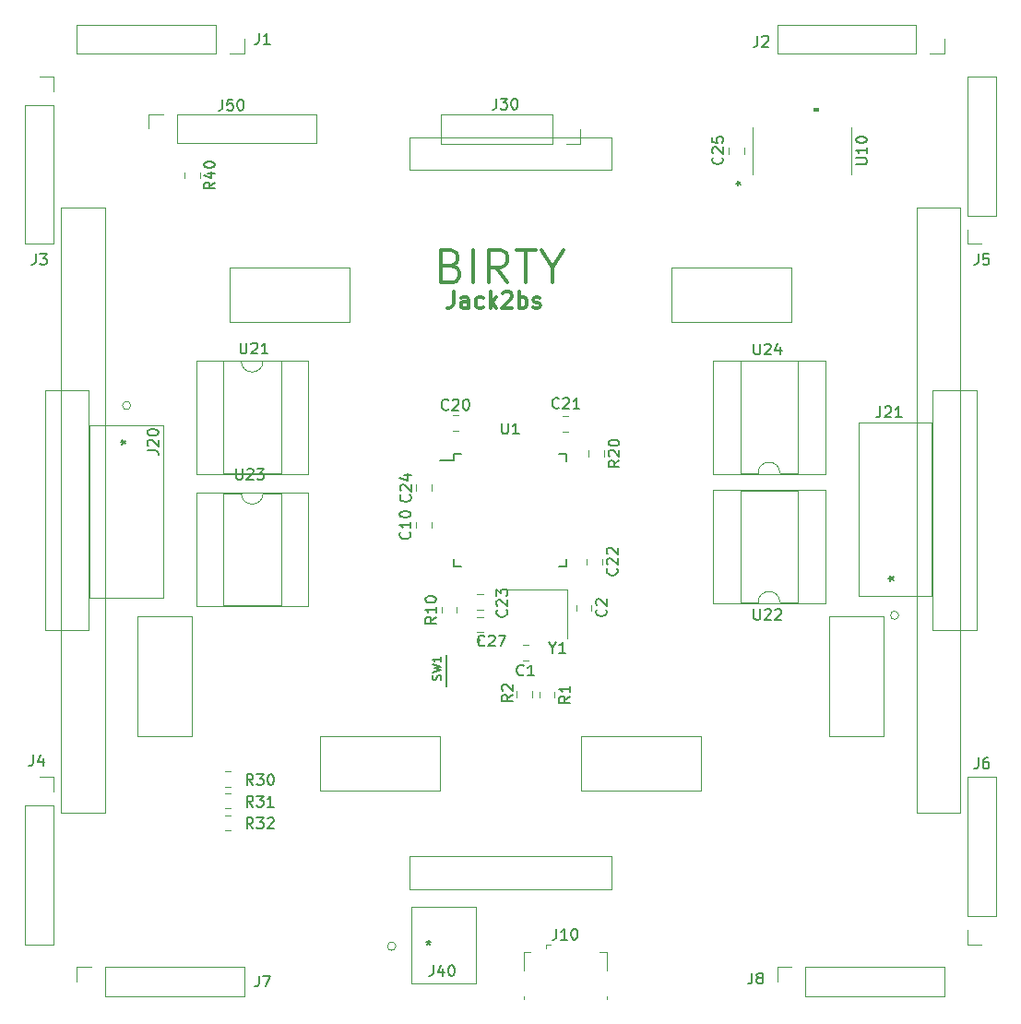
<source format=gbr>
G04 #@! TF.GenerationSoftware,KiCad,Pcbnew,(5.1.4)-1*
G04 #@! TF.CreationDate,2022-06-05T15:27:35-07:00*
G04 #@! TF.ProjectId,Birty,42697274-792e-46b6-9963-61645f706362,rev?*
G04 #@! TF.SameCoordinates,Original*
G04 #@! TF.FileFunction,Legend,Top*
G04 #@! TF.FilePolarity,Positive*
%FSLAX46Y46*%
G04 Gerber Fmt 4.6, Leading zero omitted, Abs format (unit mm)*
G04 Created by KiCad (PCBNEW (5.1.4)-1) date 2022-06-05 15:27:35*
%MOMM*%
%LPD*%
G04 APERTURE LIST*
%ADD10C,0.300000*%
%ADD11C,0.120000*%
%ADD12C,0.100000*%
%ADD13C,0.150000*%
%ADD14C,0.127000*%
%ADD15C,0.200000*%
G04 APERTURE END LIST*
D10*
X59785714Y-44928571D02*
X59785714Y-46000000D01*
X59714285Y-46214285D01*
X59571428Y-46357142D01*
X59357142Y-46428571D01*
X59214285Y-46428571D01*
X61142857Y-46428571D02*
X61142857Y-45642857D01*
X61071428Y-45500000D01*
X60928571Y-45428571D01*
X60642857Y-45428571D01*
X60500000Y-45500000D01*
X61142857Y-46357142D02*
X61000000Y-46428571D01*
X60642857Y-46428571D01*
X60500000Y-46357142D01*
X60428571Y-46214285D01*
X60428571Y-46071428D01*
X60500000Y-45928571D01*
X60642857Y-45857142D01*
X61000000Y-45857142D01*
X61142857Y-45785714D01*
X62500000Y-46357142D02*
X62357142Y-46428571D01*
X62071428Y-46428571D01*
X61928571Y-46357142D01*
X61857142Y-46285714D01*
X61785714Y-46142857D01*
X61785714Y-45714285D01*
X61857142Y-45571428D01*
X61928571Y-45500000D01*
X62071428Y-45428571D01*
X62357142Y-45428571D01*
X62500000Y-45500000D01*
X63142857Y-46428571D02*
X63142857Y-44928571D01*
X63285714Y-45857142D02*
X63714285Y-46428571D01*
X63714285Y-45428571D02*
X63142857Y-46000000D01*
X64285714Y-45071428D02*
X64357142Y-45000000D01*
X64500000Y-44928571D01*
X64857142Y-44928571D01*
X65000000Y-45000000D01*
X65071428Y-45071428D01*
X65142857Y-45214285D01*
X65142857Y-45357142D01*
X65071428Y-45571428D01*
X64214285Y-46428571D01*
X65142857Y-46428571D01*
X65785714Y-46428571D02*
X65785714Y-44928571D01*
X65785714Y-45500000D02*
X65928571Y-45428571D01*
X66214285Y-45428571D01*
X66357142Y-45500000D01*
X66428571Y-45571428D01*
X66500000Y-45714285D01*
X66500000Y-46142857D01*
X66428571Y-46285714D01*
X66357142Y-46357142D01*
X66214285Y-46428571D01*
X65928571Y-46428571D01*
X65785714Y-46357142D01*
X67071428Y-46357142D02*
X67214285Y-46428571D01*
X67500000Y-46428571D01*
X67642857Y-46357142D01*
X67714285Y-46214285D01*
X67714285Y-46142857D01*
X67642857Y-46000000D01*
X67500000Y-45928571D01*
X67285714Y-45928571D01*
X67142857Y-45857142D01*
X67071428Y-45714285D01*
X67071428Y-45642857D01*
X67142857Y-45500000D01*
X67285714Y-45428571D01*
X67500000Y-45428571D01*
X67642857Y-45500000D01*
X59571428Y-42535714D02*
X60000000Y-42678571D01*
X60142857Y-42821428D01*
X60285714Y-43107142D01*
X60285714Y-43535714D01*
X60142857Y-43821428D01*
X60000000Y-43964285D01*
X59714285Y-44107142D01*
X58571428Y-44107142D01*
X58571428Y-41107142D01*
X59571428Y-41107142D01*
X59857142Y-41250000D01*
X60000000Y-41392857D01*
X60142857Y-41678571D01*
X60142857Y-41964285D01*
X60000000Y-42250000D01*
X59857142Y-42392857D01*
X59571428Y-42535714D01*
X58571428Y-42535714D01*
X61571428Y-44107142D02*
X61571428Y-41107142D01*
X64714285Y-44107142D02*
X63714285Y-42678571D01*
X63000000Y-44107142D02*
X63000000Y-41107142D01*
X64142857Y-41107142D01*
X64428571Y-41250000D01*
X64571428Y-41392857D01*
X64714285Y-41678571D01*
X64714285Y-42107142D01*
X64571428Y-42392857D01*
X64428571Y-42535714D01*
X64142857Y-42678571D01*
X63000000Y-42678571D01*
X65571428Y-41107142D02*
X67285714Y-41107142D01*
X66428571Y-44107142D02*
X66428571Y-41107142D01*
X68857142Y-42678571D02*
X68857142Y-44107142D01*
X67857142Y-41107142D02*
X68857142Y-42678571D01*
X69857142Y-41107142D01*
D11*
X71500000Y-90750000D02*
X71500000Y-85750000D01*
X71500000Y-85750000D02*
X82500000Y-85750000D01*
X82500000Y-85750000D02*
X82500000Y-90750000D01*
X82500000Y-90750000D02*
X71500000Y-90750000D01*
X90750000Y-47750000D02*
X79750000Y-47750000D01*
X90750000Y-42750000D02*
X90750000Y-47750000D01*
X79750000Y-42750000D02*
X90750000Y-42750000D01*
X79750000Y-47750000D02*
X79750000Y-42750000D01*
X50250000Y-47750000D02*
X39250000Y-47750000D01*
X50250000Y-42750000D02*
X50250000Y-47750000D01*
X39250000Y-42750000D02*
X50250000Y-42750000D01*
X39250000Y-47750000D02*
X39250000Y-42750000D01*
X94250000Y-85750000D02*
X94250000Y-74750000D01*
X99250000Y-85750000D02*
X94250000Y-85750000D01*
X99250000Y-74750000D02*
X99250000Y-85750000D01*
X94250000Y-74750000D02*
X99250000Y-74750000D01*
X30750000Y-85750000D02*
X30750000Y-74750000D01*
X35750000Y-85750000D02*
X30750000Y-85750000D01*
X35750000Y-74750000D02*
X35750000Y-85750000D01*
X30750000Y-74750000D02*
X35750000Y-74750000D01*
X58500000Y-90750000D02*
X47500000Y-90750000D01*
X58500000Y-85750000D02*
X58500000Y-90750000D01*
X47500000Y-85750000D02*
X58500000Y-85750000D01*
X47500000Y-90750000D02*
X47500000Y-85750000D01*
X55750000Y-33750000D02*
X55750000Y-30750000D01*
X74250000Y-33750000D02*
X55750000Y-33750000D01*
X74250000Y-33500000D02*
X74250000Y-33750000D01*
X74250000Y-30750000D02*
X74250000Y-33500000D01*
X55750000Y-30750000D02*
X74250000Y-30750000D01*
X55858276Y-108382599D02*
X61801876Y-108382599D01*
X61801876Y-108382599D02*
X61801876Y-101422999D01*
X61801876Y-101422999D02*
X55858276Y-101422999D01*
X55858276Y-101422999D02*
X55858276Y-108382599D01*
X54461276Y-105000000D02*
G75*
G03X54461276Y-105000000I-381000J0D01*
G01*
X55750000Y-99750000D02*
X55750000Y-96750000D01*
X74250000Y-99750000D02*
X55750000Y-99750000D01*
X74250000Y-99500000D02*
X74250000Y-99750000D01*
X74250000Y-96750000D02*
X74250000Y-99500000D01*
X55750000Y-96750000D02*
X74250000Y-96750000D01*
X102250000Y-48250000D02*
X102250000Y-37250000D01*
X106250000Y-37250000D02*
X106250000Y-48250000D01*
X102250000Y-37250000D02*
X106250000Y-37250000D01*
X102250000Y-48250000D02*
X102250000Y-92750000D01*
X106250000Y-48250000D02*
X106250000Y-92750000D01*
X106250000Y-92750000D02*
X102250000Y-92750000D01*
X27750000Y-92750000D02*
X23750000Y-92750000D01*
X27750000Y-48250000D02*
X27750000Y-92750000D01*
X23750000Y-48250000D02*
X23750000Y-92750000D01*
X23750000Y-37250000D02*
X27750000Y-37250000D01*
X27750000Y-37250000D02*
X27750000Y-48250000D01*
X23750000Y-48250000D02*
X23750000Y-37250000D01*
X96245800Y-34120900D02*
X96245800Y-29879100D01*
X87254200Y-29879100D02*
X87254200Y-34120900D01*
D12*
G36*
X92829500Y-28037600D02*
G01*
X93210500Y-28037600D01*
X93210500Y-28291600D01*
X92829500Y-28291600D01*
X92829500Y-28037600D01*
G37*
X92829500Y-28037600D02*
X93210500Y-28037600D01*
X93210500Y-28291600D01*
X92829500Y-28291600D01*
X92829500Y-28037600D01*
D13*
X59779200Y-60389400D02*
X58504200Y-60389400D01*
X70129200Y-59814400D02*
X69454200Y-59814400D01*
X70129200Y-70164400D02*
X69454200Y-70164400D01*
X59779200Y-70164400D02*
X60454200Y-70164400D01*
X59779200Y-59814400D02*
X60454200Y-59814400D01*
X59779200Y-70164400D02*
X59779200Y-69489400D01*
X70129200Y-70164400D02*
X70129200Y-69489400D01*
X70129200Y-59814400D02*
X70129200Y-60489400D01*
X59779200Y-59814400D02*
X59779200Y-60389400D01*
D11*
X39295978Y-92968400D02*
X38778822Y-92968400D01*
X39295978Y-94388400D02*
X38778822Y-94388400D01*
X103750000Y-54000000D02*
X103750000Y-76000000D01*
X103750000Y-76000000D02*
X107750000Y-76000000D01*
X107750000Y-76000000D02*
X107750000Y-54000000D01*
X107750000Y-54000000D02*
X103750000Y-54000000D01*
X22250000Y-54000000D02*
X22250000Y-76000000D01*
X22250000Y-76000000D02*
X26250000Y-76000000D01*
X26250000Y-76000000D02*
X26250000Y-54000000D01*
X26250000Y-54000000D02*
X22250000Y-54000000D01*
X26320601Y-57149800D02*
X26320601Y-73050200D01*
X26320601Y-73050200D02*
X33077001Y-73050200D01*
X33077001Y-73050200D02*
X33077001Y-57149800D01*
X33077001Y-57149800D02*
X26320601Y-57149800D01*
X30131000Y-55371800D02*
G75*
G03X30131000Y-55371800I-381000J0D01*
G01*
X35040000Y-33991422D02*
X35040000Y-34508578D01*
X36460000Y-33991422D02*
X36460000Y-34508578D01*
X34390800Y-28622600D02*
X47150800Y-28622600D01*
X31790800Y-28622600D02*
X33120800Y-28622600D01*
X31790800Y-29952600D02*
X31790800Y-28622600D01*
X47150800Y-31282600D02*
X47150800Y-28622600D01*
X34390800Y-31282600D02*
X47150800Y-31282600D01*
X34390800Y-31282600D02*
X34390800Y-28622600D01*
X68240000Y-104840000D02*
X68240000Y-105230000D01*
X68240000Y-104840000D02*
X68690000Y-104840000D01*
X73810000Y-105540000D02*
X73160000Y-105540000D01*
X73810000Y-107270000D02*
X73810000Y-105540000D01*
X66190000Y-109840000D02*
X66190000Y-109630000D01*
X73810000Y-109840000D02*
X73810000Y-109630000D01*
X66190000Y-107270000D02*
X66190000Y-105540000D01*
X66190000Y-105540000D02*
X66850000Y-105540000D01*
X38804222Y-90349800D02*
X39321378Y-90349800D01*
X38804222Y-88929800D02*
X39321378Y-88929800D01*
X61940922Y-76180200D02*
X62458078Y-76180200D01*
X61940922Y-74760200D02*
X62458078Y-74760200D01*
X70180400Y-72280400D02*
X64780400Y-72280400D01*
X70180400Y-76780400D02*
X70180400Y-72280400D01*
X86074600Y-51300000D02*
X86074600Y-61580000D01*
X89724600Y-61580000D02*
X91374600Y-61580000D01*
X86074600Y-61580000D02*
X87724600Y-61580000D01*
X83584600Y-61640000D02*
X93864600Y-61640000D01*
X93864600Y-51240000D02*
X83584600Y-51240000D01*
X91374600Y-51300000D02*
X86074600Y-51300000D01*
X91374600Y-61580000D02*
X91374600Y-51300000D01*
X93864600Y-61640000D02*
X93864600Y-51240000D01*
X83584600Y-51240000D02*
X83584600Y-61640000D01*
X87724600Y-61580000D02*
G75*
G02X89724600Y-61580000I1000000J0D01*
G01*
X43925400Y-73700000D02*
X43925400Y-63420000D01*
X40275400Y-63420000D02*
X38625400Y-63420000D01*
X43925400Y-63420000D02*
X42275400Y-63420000D01*
X46415400Y-63360000D02*
X36135400Y-63360000D01*
X36135400Y-73760000D02*
X46415400Y-73760000D01*
X38625400Y-73700000D02*
X43925400Y-73700000D01*
X38625400Y-63420000D02*
X38625400Y-73700000D01*
X36135400Y-63360000D02*
X36135400Y-73760000D01*
X46415400Y-73760000D02*
X46415400Y-63360000D01*
X42275400Y-63420000D02*
G75*
G02X40275400Y-63420000I-1000000J0D01*
G01*
X86074600Y-63170000D02*
X86074600Y-73450000D01*
X89724600Y-73450000D02*
X91374600Y-73450000D01*
X86074600Y-73450000D02*
X87724600Y-73450000D01*
X83584600Y-73510000D02*
X93864600Y-73510000D01*
X93864600Y-63110000D02*
X83584600Y-63110000D01*
X91374600Y-63170000D02*
X86074600Y-63170000D01*
X91374600Y-73450000D02*
X91374600Y-63170000D01*
X93864600Y-73510000D02*
X93864600Y-63110000D01*
X83584600Y-63110000D02*
X83584600Y-73510000D01*
X87724600Y-73450000D02*
G75*
G02X89724600Y-73450000I1000000J0D01*
G01*
X43925400Y-61580000D02*
X43925400Y-51300000D01*
X40275400Y-51300000D02*
X38625400Y-51300000D01*
X43925400Y-51300000D02*
X42275400Y-51300000D01*
X46415400Y-51240000D02*
X36135400Y-51240000D01*
X36135400Y-61640000D02*
X46415400Y-61640000D01*
X38625400Y-61580000D02*
X43925400Y-61580000D01*
X38625400Y-51300000D02*
X38625400Y-61580000D01*
X36135400Y-51240000D02*
X36135400Y-61640000D01*
X46415400Y-61640000D02*
X46415400Y-51240000D01*
X42275400Y-51300000D02*
G75*
G02X40275400Y-51300000I-1000000J0D01*
G01*
D14*
X59095400Y-78312000D02*
X59095400Y-81112000D01*
D15*
X62195400Y-76912000D02*
G75*
G03X62195400Y-76912000I-100000J0D01*
G01*
D11*
X39321378Y-90936400D02*
X38804222Y-90936400D01*
X39321378Y-92356400D02*
X38804222Y-92356400D01*
X72155200Y-59516722D02*
X72155200Y-60033878D01*
X73575200Y-59516722D02*
X73575200Y-60033878D01*
X60062400Y-74407978D02*
X60062400Y-73890822D01*
X58642400Y-74407978D02*
X58642400Y-73890822D01*
X65576600Y-81614722D02*
X65576600Y-82131878D01*
X66996600Y-81614722D02*
X66996600Y-82131878D01*
X67634000Y-81637822D02*
X67634000Y-82154978D01*
X69054000Y-81637822D02*
X69054000Y-82154978D01*
X71410000Y-30000000D02*
X71410000Y-31330000D01*
X68810000Y-31330000D02*
X58590000Y-31330000D01*
X68810000Y-28670000D02*
X68810000Y-31330000D01*
X58590000Y-28670000D02*
X58590000Y-31330000D01*
X71410000Y-31330000D02*
X70080000Y-31330000D01*
X68810000Y-28670000D02*
X58590000Y-28670000D01*
X103679399Y-72850200D02*
X103679399Y-56949800D01*
X103679399Y-56949800D02*
X96922999Y-56949800D01*
X96922999Y-56949800D02*
X96922999Y-72850200D01*
X96922999Y-72850200D02*
X103679399Y-72850200D01*
X100631000Y-74628200D02*
G75*
G03X100631000Y-74628200I-381000J0D01*
G01*
X92070000Y-109580000D02*
X92070000Y-106920000D01*
X92070000Y-109580000D02*
X104830000Y-109580000D01*
X104830000Y-109580000D02*
X104830000Y-106920000D01*
X89470000Y-108250000D02*
X89470000Y-106920000D01*
X89470000Y-106920000D02*
X90800000Y-106920000D01*
X92070000Y-106920000D02*
X104830000Y-106920000D01*
X27770000Y-109580000D02*
X27770000Y-106920000D01*
X27770000Y-109580000D02*
X40530000Y-109580000D01*
X40530000Y-109580000D02*
X40530000Y-106920000D01*
X25170000Y-108250000D02*
X25170000Y-106920000D01*
X25170000Y-106920000D02*
X26500000Y-106920000D01*
X27770000Y-106920000D02*
X40530000Y-106920000D01*
X109580000Y-102230000D02*
X106920000Y-102230000D01*
X109580000Y-102230000D02*
X109580000Y-89470000D01*
X109580000Y-89470000D02*
X106920000Y-89470000D01*
X108250000Y-104830000D02*
X106920000Y-104830000D01*
X106920000Y-104830000D02*
X106920000Y-103500000D01*
X106920000Y-102230000D02*
X106920000Y-89470000D01*
X109580000Y-37930000D02*
X106920000Y-37930000D01*
X109580000Y-37930000D02*
X109580000Y-25170000D01*
X109580000Y-25170000D02*
X106920000Y-25170000D01*
X108250000Y-40530000D02*
X106920000Y-40530000D01*
X106920000Y-40530000D02*
X106920000Y-39200000D01*
X106920000Y-37930000D02*
X106920000Y-25170000D01*
X20420000Y-92070000D02*
X23080000Y-92070000D01*
X20420000Y-92070000D02*
X20420000Y-104830000D01*
X20420000Y-104830000D02*
X23080000Y-104830000D01*
X21750000Y-89470000D02*
X23080000Y-89470000D01*
X23080000Y-89470000D02*
X23080000Y-90800000D01*
X23080000Y-92070000D02*
X23080000Y-104830000D01*
X20420000Y-27770000D02*
X23080000Y-27770000D01*
X20420000Y-27770000D02*
X20420000Y-40530000D01*
X20420000Y-40530000D02*
X23080000Y-40530000D01*
X21750000Y-25170000D02*
X23080000Y-25170000D01*
X23080000Y-25170000D02*
X23080000Y-26500000D01*
X23080000Y-27770000D02*
X23080000Y-40530000D01*
X102230000Y-20420000D02*
X102230000Y-23080000D01*
X102230000Y-20420000D02*
X89470000Y-20420000D01*
X89470000Y-20420000D02*
X89470000Y-23080000D01*
X104830000Y-21750000D02*
X104830000Y-23080000D01*
X104830000Y-23080000D02*
X103500000Y-23080000D01*
X102230000Y-23080000D02*
X89470000Y-23080000D01*
X37930000Y-20420000D02*
X37930000Y-23080000D01*
X37930000Y-20420000D02*
X25170000Y-20420000D01*
X25170000Y-20420000D02*
X25170000Y-23080000D01*
X40530000Y-21750000D02*
X40530000Y-23080000D01*
X40530000Y-23080000D02*
X39200000Y-23080000D01*
X37930000Y-23080000D02*
X25170000Y-23080000D01*
X85040000Y-31741422D02*
X85040000Y-32258578D01*
X86460000Y-31741422D02*
X86460000Y-32258578D01*
X56294200Y-62650822D02*
X56294200Y-63167978D01*
X57714200Y-62650822D02*
X57714200Y-63167978D01*
X61940922Y-74122800D02*
X62458078Y-74122800D01*
X61940922Y-72702800D02*
X62458078Y-72702800D01*
X72014200Y-69430822D02*
X72014200Y-69947978D01*
X73434200Y-69430822D02*
X73434200Y-69947978D01*
X70260278Y-56329400D02*
X69743122Y-56329400D01*
X70260278Y-57749400D02*
X69743122Y-57749400D01*
X59675622Y-57709400D02*
X60192778Y-57709400D01*
X59675622Y-56289400D02*
X60192778Y-56289400D01*
X57725600Y-66610178D02*
X57725600Y-66093022D01*
X56305600Y-66610178D02*
X56305600Y-66093022D01*
X71012200Y-73662222D02*
X71012200Y-74179378D01*
X72432200Y-73662222D02*
X72432200Y-74179378D01*
X66623678Y-77351000D02*
X66106522Y-77351000D01*
X66623678Y-78771000D02*
X66106522Y-78771000D01*
D13*
X57895076Y-106738380D02*
X57895076Y-107452666D01*
X57847457Y-107595523D01*
X57752219Y-107690761D01*
X57609361Y-107738380D01*
X57514123Y-107738380D01*
X58799838Y-107071714D02*
X58799838Y-107738380D01*
X58561742Y-106690761D02*
X58323647Y-107405047D01*
X58942695Y-107405047D01*
X59514123Y-106738380D02*
X59609361Y-106738380D01*
X59704600Y-106786000D01*
X59752219Y-106833619D01*
X59799838Y-106928857D01*
X59847457Y-107119333D01*
X59847457Y-107357428D01*
X59799838Y-107547904D01*
X59752219Y-107643142D01*
X59704600Y-107690761D01*
X59609361Y-107738380D01*
X59514123Y-107738380D01*
X59418885Y-107690761D01*
X59371266Y-107643142D01*
X59323647Y-107547904D01*
X59276028Y-107357428D01*
X59276028Y-107119333D01*
X59323647Y-106928857D01*
X59371266Y-106833619D01*
X59418885Y-106786000D01*
X59514123Y-106738380D01*
X57460000Y-104452380D02*
X57460000Y-104690476D01*
X57221904Y-104595238D02*
X57460000Y-104690476D01*
X57698095Y-104595238D01*
X57317142Y-104880952D02*
X57460000Y-104690476D01*
X57602857Y-104880952D01*
X96702380Y-33238095D02*
X97511904Y-33238095D01*
X97607142Y-33190476D01*
X97654761Y-33142857D01*
X97702380Y-33047619D01*
X97702380Y-32857142D01*
X97654761Y-32761904D01*
X97607142Y-32714285D01*
X97511904Y-32666666D01*
X96702380Y-32666666D01*
X97702380Y-31666666D02*
X97702380Y-32238095D01*
X97702380Y-31952380D02*
X96702380Y-31952380D01*
X96845238Y-32047619D01*
X96940476Y-32142857D01*
X96988095Y-32238095D01*
X96702380Y-31047619D02*
X96702380Y-30952380D01*
X96750000Y-30857142D01*
X96797619Y-30809523D01*
X96892857Y-30761904D01*
X97083333Y-30714285D01*
X97321428Y-30714285D01*
X97511904Y-30761904D01*
X97607142Y-30809523D01*
X97654761Y-30857142D01*
X97702380Y-30952380D01*
X97702380Y-31047619D01*
X97654761Y-31142857D01*
X97607142Y-31190476D01*
X97511904Y-31238095D01*
X97321428Y-31285714D01*
X97083333Y-31285714D01*
X96892857Y-31238095D01*
X96797619Y-31190476D01*
X96750000Y-31142857D01*
X96702380Y-31047619D01*
X85690580Y-34978150D02*
X85928676Y-34978150D01*
X85833438Y-35216245D02*
X85928676Y-34978150D01*
X85833438Y-34740054D01*
X86119152Y-35121007D02*
X85928676Y-34978150D01*
X86119152Y-34835292D01*
X85690580Y-34978150D02*
X85928676Y-34978150D01*
X85833438Y-35216245D02*
X85928676Y-34978150D01*
X85833438Y-34740054D01*
X86119152Y-35121007D02*
X85928676Y-34978150D01*
X86119152Y-34835292D01*
X64192295Y-56991780D02*
X64192295Y-57801304D01*
X64239914Y-57896542D01*
X64287533Y-57944161D01*
X64382771Y-57991780D01*
X64573247Y-57991780D01*
X64668485Y-57944161D01*
X64716104Y-57896542D01*
X64763723Y-57801304D01*
X64763723Y-56991780D01*
X65763723Y-57991780D02*
X65192295Y-57991780D01*
X65478009Y-57991780D02*
X65478009Y-56991780D01*
X65382771Y-57134638D01*
X65287533Y-57229876D01*
X65192295Y-57277495D01*
X41357142Y-94202380D02*
X41023809Y-93726190D01*
X40785714Y-94202380D02*
X40785714Y-93202380D01*
X41166666Y-93202380D01*
X41261904Y-93250000D01*
X41309523Y-93297619D01*
X41357142Y-93392857D01*
X41357142Y-93535714D01*
X41309523Y-93630952D01*
X41261904Y-93678571D01*
X41166666Y-93726190D01*
X40785714Y-93726190D01*
X41690476Y-93202380D02*
X42309523Y-93202380D01*
X41976190Y-93583333D01*
X42119047Y-93583333D01*
X42214285Y-93630952D01*
X42261904Y-93678571D01*
X42309523Y-93773809D01*
X42309523Y-94011904D01*
X42261904Y-94107142D01*
X42214285Y-94154761D01*
X42119047Y-94202380D01*
X41833333Y-94202380D01*
X41738095Y-94154761D01*
X41690476Y-94107142D01*
X42690476Y-93297619D02*
X42738095Y-93250000D01*
X42833333Y-93202380D01*
X43071428Y-93202380D01*
X43166666Y-93250000D01*
X43214285Y-93297619D01*
X43261904Y-93392857D01*
X43261904Y-93488095D01*
X43214285Y-93630952D01*
X42642857Y-94202380D01*
X43261904Y-94202380D01*
X31666180Y-59508723D02*
X32380466Y-59508723D01*
X32523323Y-59556342D01*
X32618561Y-59651580D01*
X32666180Y-59794438D01*
X32666180Y-59889676D01*
X31761419Y-59080152D02*
X31713800Y-59032533D01*
X31666180Y-58937295D01*
X31666180Y-58699200D01*
X31713800Y-58603961D01*
X31761419Y-58556342D01*
X31856657Y-58508723D01*
X31951895Y-58508723D01*
X32094752Y-58556342D01*
X32666180Y-59127771D01*
X32666180Y-58508723D01*
X31666180Y-57889676D02*
X31666180Y-57794438D01*
X31713800Y-57699200D01*
X31761419Y-57651580D01*
X31856657Y-57603961D01*
X32047133Y-57556342D01*
X32285228Y-57556342D01*
X32475704Y-57603961D01*
X32570942Y-57651580D01*
X32618561Y-57699200D01*
X32666180Y-57794438D01*
X32666180Y-57889676D01*
X32618561Y-57984914D01*
X32570942Y-58032533D01*
X32475704Y-58080152D01*
X32285228Y-58127771D01*
X32047133Y-58127771D01*
X31856657Y-58080152D01*
X31761419Y-58032533D01*
X31713800Y-57984914D01*
X31666180Y-57889676D01*
X29202380Y-58750000D02*
X29440476Y-58750000D01*
X29345238Y-58988095D02*
X29440476Y-58750000D01*
X29345238Y-58511904D01*
X29630952Y-58892857D02*
X29440476Y-58750000D01*
X29630952Y-58607142D01*
X37852380Y-34892857D02*
X37376190Y-35226190D01*
X37852380Y-35464285D02*
X36852380Y-35464285D01*
X36852380Y-35083333D01*
X36900000Y-34988095D01*
X36947619Y-34940476D01*
X37042857Y-34892857D01*
X37185714Y-34892857D01*
X37280952Y-34940476D01*
X37328571Y-34988095D01*
X37376190Y-35083333D01*
X37376190Y-35464285D01*
X37185714Y-34035714D02*
X37852380Y-34035714D01*
X36804761Y-34273809D02*
X37519047Y-34511904D01*
X37519047Y-33892857D01*
X36852380Y-33321428D02*
X36852380Y-33226190D01*
X36900000Y-33130952D01*
X36947619Y-33083333D01*
X37042857Y-33035714D01*
X37233333Y-32988095D01*
X37471428Y-32988095D01*
X37661904Y-33035714D01*
X37757142Y-33083333D01*
X37804761Y-33130952D01*
X37852380Y-33226190D01*
X37852380Y-33321428D01*
X37804761Y-33416666D01*
X37757142Y-33464285D01*
X37661904Y-33511904D01*
X37471428Y-33559523D01*
X37233333Y-33559523D01*
X37042857Y-33511904D01*
X36947619Y-33464285D01*
X36900000Y-33416666D01*
X36852380Y-33321428D01*
X38537676Y-27293380D02*
X38537676Y-28007666D01*
X38490057Y-28150523D01*
X38394819Y-28245761D01*
X38251961Y-28293380D01*
X38156723Y-28293380D01*
X39490057Y-27293380D02*
X39013866Y-27293380D01*
X38966247Y-27769571D01*
X39013866Y-27721952D01*
X39109104Y-27674333D01*
X39347200Y-27674333D01*
X39442438Y-27721952D01*
X39490057Y-27769571D01*
X39537676Y-27864809D01*
X39537676Y-28102904D01*
X39490057Y-28198142D01*
X39442438Y-28245761D01*
X39347200Y-28293380D01*
X39109104Y-28293380D01*
X39013866Y-28245761D01*
X38966247Y-28198142D01*
X40156723Y-27293380D02*
X40251961Y-27293380D01*
X40347200Y-27341000D01*
X40394819Y-27388619D01*
X40442438Y-27483857D01*
X40490057Y-27674333D01*
X40490057Y-27912428D01*
X40442438Y-28102904D01*
X40394819Y-28198142D01*
X40347200Y-28245761D01*
X40251961Y-28293380D01*
X40156723Y-28293380D01*
X40061485Y-28245761D01*
X40013866Y-28198142D01*
X39966247Y-28102904D01*
X39918628Y-27912428D01*
X39918628Y-27674333D01*
X39966247Y-27483857D01*
X40013866Y-27388619D01*
X40061485Y-27341000D01*
X40156723Y-27293380D01*
X69190476Y-103402380D02*
X69190476Y-104116666D01*
X69142857Y-104259523D01*
X69047619Y-104354761D01*
X68904761Y-104402380D01*
X68809523Y-104402380D01*
X70190476Y-104402380D02*
X69619047Y-104402380D01*
X69904761Y-104402380D02*
X69904761Y-103402380D01*
X69809523Y-103545238D01*
X69714285Y-103640476D01*
X69619047Y-103688095D01*
X70809523Y-103402380D02*
X70904761Y-103402380D01*
X71000000Y-103450000D01*
X71047619Y-103497619D01*
X71095238Y-103592857D01*
X71142857Y-103783333D01*
X71142857Y-104021428D01*
X71095238Y-104211904D01*
X71047619Y-104307142D01*
X71000000Y-104354761D01*
X70904761Y-104402380D01*
X70809523Y-104402380D01*
X70714285Y-104354761D01*
X70666666Y-104307142D01*
X70619047Y-104211904D01*
X70571428Y-104021428D01*
X70571428Y-103783333D01*
X70619047Y-103592857D01*
X70666666Y-103497619D01*
X70714285Y-103450000D01*
X70809523Y-103402380D01*
X41357142Y-90202380D02*
X41023809Y-89726190D01*
X40785714Y-90202380D02*
X40785714Y-89202380D01*
X41166666Y-89202380D01*
X41261904Y-89250000D01*
X41309523Y-89297619D01*
X41357142Y-89392857D01*
X41357142Y-89535714D01*
X41309523Y-89630952D01*
X41261904Y-89678571D01*
X41166666Y-89726190D01*
X40785714Y-89726190D01*
X41690476Y-89202380D02*
X42309523Y-89202380D01*
X41976190Y-89583333D01*
X42119047Y-89583333D01*
X42214285Y-89630952D01*
X42261904Y-89678571D01*
X42309523Y-89773809D01*
X42309523Y-90011904D01*
X42261904Y-90107142D01*
X42214285Y-90154761D01*
X42119047Y-90202380D01*
X41833333Y-90202380D01*
X41738095Y-90154761D01*
X41690476Y-90107142D01*
X42928571Y-89202380D02*
X43023809Y-89202380D01*
X43119047Y-89250000D01*
X43166666Y-89297619D01*
X43214285Y-89392857D01*
X43261904Y-89583333D01*
X43261904Y-89821428D01*
X43214285Y-90011904D01*
X43166666Y-90107142D01*
X43119047Y-90154761D01*
X43023809Y-90202380D01*
X42928571Y-90202380D01*
X42833333Y-90154761D01*
X42785714Y-90107142D01*
X42738095Y-90011904D01*
X42690476Y-89821428D01*
X42690476Y-89583333D01*
X42738095Y-89392857D01*
X42785714Y-89297619D01*
X42833333Y-89250000D01*
X42928571Y-89202380D01*
X62607142Y-77357142D02*
X62559523Y-77404761D01*
X62416666Y-77452380D01*
X62321428Y-77452380D01*
X62178571Y-77404761D01*
X62083333Y-77309523D01*
X62035714Y-77214285D01*
X61988095Y-77023809D01*
X61988095Y-76880952D01*
X62035714Y-76690476D01*
X62083333Y-76595238D01*
X62178571Y-76500000D01*
X62321428Y-76452380D01*
X62416666Y-76452380D01*
X62559523Y-76500000D01*
X62607142Y-76547619D01*
X62988095Y-76547619D02*
X63035714Y-76500000D01*
X63130952Y-76452380D01*
X63369047Y-76452380D01*
X63464285Y-76500000D01*
X63511904Y-76547619D01*
X63559523Y-76642857D01*
X63559523Y-76738095D01*
X63511904Y-76880952D01*
X62940476Y-77452380D01*
X63559523Y-77452380D01*
X63892857Y-76452380D02*
X64559523Y-76452380D01*
X64130952Y-77452380D01*
X68858409Y-77605390D02*
X68858409Y-78081580D01*
X68525076Y-77081580D02*
X68858409Y-77605390D01*
X69191742Y-77081580D01*
X70048885Y-78081580D02*
X69477457Y-78081580D01*
X69763171Y-78081580D02*
X69763171Y-77081580D01*
X69667933Y-77224438D01*
X69572695Y-77319676D01*
X69477457Y-77367295D01*
X87334104Y-49702380D02*
X87334104Y-50511904D01*
X87381723Y-50607142D01*
X87429342Y-50654761D01*
X87524580Y-50702380D01*
X87715057Y-50702380D01*
X87810295Y-50654761D01*
X87857914Y-50607142D01*
X87905533Y-50511904D01*
X87905533Y-49702380D01*
X88334104Y-49797619D02*
X88381723Y-49750000D01*
X88476961Y-49702380D01*
X88715057Y-49702380D01*
X88810295Y-49750000D01*
X88857914Y-49797619D01*
X88905533Y-49892857D01*
X88905533Y-49988095D01*
X88857914Y-50130952D01*
X88286485Y-50702380D01*
X88905533Y-50702380D01*
X89762676Y-50035714D02*
X89762676Y-50702380D01*
X89524580Y-49654761D02*
X89286485Y-50369047D01*
X89905533Y-50369047D01*
X39808704Y-61179780D02*
X39808704Y-61989304D01*
X39856323Y-62084542D01*
X39903942Y-62132161D01*
X39999180Y-62179780D01*
X40189657Y-62179780D01*
X40284895Y-62132161D01*
X40332514Y-62084542D01*
X40380133Y-61989304D01*
X40380133Y-61179780D01*
X40808704Y-61275019D02*
X40856323Y-61227400D01*
X40951561Y-61179780D01*
X41189657Y-61179780D01*
X41284895Y-61227400D01*
X41332514Y-61275019D01*
X41380133Y-61370257D01*
X41380133Y-61465495D01*
X41332514Y-61608352D01*
X40761085Y-62179780D01*
X41380133Y-62179780D01*
X41713466Y-61179780D02*
X42332514Y-61179780D01*
X41999180Y-61560733D01*
X42142038Y-61560733D01*
X42237276Y-61608352D01*
X42284895Y-61655971D01*
X42332514Y-61751209D01*
X42332514Y-61989304D01*
X42284895Y-62084542D01*
X42237276Y-62132161D01*
X42142038Y-62179780D01*
X41856323Y-62179780D01*
X41761085Y-62132161D01*
X41713466Y-62084542D01*
X87334104Y-74036180D02*
X87334104Y-74845704D01*
X87381723Y-74940942D01*
X87429342Y-74988561D01*
X87524580Y-75036180D01*
X87715057Y-75036180D01*
X87810295Y-74988561D01*
X87857914Y-74940942D01*
X87905533Y-74845704D01*
X87905533Y-74036180D01*
X88334104Y-74131419D02*
X88381723Y-74083800D01*
X88476961Y-74036180D01*
X88715057Y-74036180D01*
X88810295Y-74083800D01*
X88857914Y-74131419D01*
X88905533Y-74226657D01*
X88905533Y-74321895D01*
X88857914Y-74464752D01*
X88286485Y-75036180D01*
X88905533Y-75036180D01*
X89286485Y-74131419D02*
X89334104Y-74083800D01*
X89429342Y-74036180D01*
X89667438Y-74036180D01*
X89762676Y-74083800D01*
X89810295Y-74131419D01*
X89857914Y-74226657D01*
X89857914Y-74321895D01*
X89810295Y-74464752D01*
X89238866Y-75036180D01*
X89857914Y-75036180D01*
X40189704Y-49618580D02*
X40189704Y-50428104D01*
X40237323Y-50523342D01*
X40284942Y-50570961D01*
X40380180Y-50618580D01*
X40570657Y-50618580D01*
X40665895Y-50570961D01*
X40713514Y-50523342D01*
X40761133Y-50428104D01*
X40761133Y-49618580D01*
X41189704Y-49713819D02*
X41237323Y-49666200D01*
X41332561Y-49618580D01*
X41570657Y-49618580D01*
X41665895Y-49666200D01*
X41713514Y-49713819D01*
X41761133Y-49809057D01*
X41761133Y-49904295D01*
X41713514Y-50047152D01*
X41142085Y-50618580D01*
X41761133Y-50618580D01*
X42713514Y-50618580D02*
X42142085Y-50618580D01*
X42427800Y-50618580D02*
X42427800Y-49618580D01*
X42332561Y-49761438D01*
X42237323Y-49856676D01*
X42142085Y-49904295D01*
X58574552Y-80569113D02*
X58612734Y-80454565D01*
X58612734Y-80263652D01*
X58574552Y-80187287D01*
X58536369Y-80149104D01*
X58460004Y-80110921D01*
X58383639Y-80110921D01*
X58307273Y-80149104D01*
X58269091Y-80187287D01*
X58230908Y-80263652D01*
X58192726Y-80416382D01*
X58154543Y-80492748D01*
X58116360Y-80530930D01*
X58039995Y-80569113D01*
X57963630Y-80569113D01*
X57887265Y-80530930D01*
X57849082Y-80492748D01*
X57810899Y-80416382D01*
X57810899Y-80225469D01*
X57849082Y-80110921D01*
X57810899Y-79843643D02*
X58612734Y-79652730D01*
X58039995Y-79500000D01*
X58612734Y-79347269D01*
X57810899Y-79156356D01*
X58612734Y-78430886D02*
X58612734Y-78889078D01*
X58612734Y-78659982D02*
X57810899Y-78659982D01*
X57925447Y-78736347D01*
X58001812Y-78812712D01*
X58039995Y-78889078D01*
X41357142Y-92202380D02*
X41023809Y-91726190D01*
X40785714Y-92202380D02*
X40785714Y-91202380D01*
X41166666Y-91202380D01*
X41261904Y-91250000D01*
X41309523Y-91297619D01*
X41357142Y-91392857D01*
X41357142Y-91535714D01*
X41309523Y-91630952D01*
X41261904Y-91678571D01*
X41166666Y-91726190D01*
X40785714Y-91726190D01*
X41690476Y-91202380D02*
X42309523Y-91202380D01*
X41976190Y-91583333D01*
X42119047Y-91583333D01*
X42214285Y-91630952D01*
X42261904Y-91678571D01*
X42309523Y-91773809D01*
X42309523Y-92011904D01*
X42261904Y-92107142D01*
X42214285Y-92154761D01*
X42119047Y-92202380D01*
X41833333Y-92202380D01*
X41738095Y-92154761D01*
X41690476Y-92107142D01*
X43261904Y-92202380D02*
X42690476Y-92202380D01*
X42976190Y-92202380D02*
X42976190Y-91202380D01*
X42880952Y-91345238D01*
X42785714Y-91440476D01*
X42690476Y-91488095D01*
X74967580Y-60418157D02*
X74491390Y-60751490D01*
X74967580Y-60989585D02*
X73967580Y-60989585D01*
X73967580Y-60608633D01*
X74015200Y-60513395D01*
X74062819Y-60465776D01*
X74158057Y-60418157D01*
X74300914Y-60418157D01*
X74396152Y-60465776D01*
X74443771Y-60513395D01*
X74491390Y-60608633D01*
X74491390Y-60989585D01*
X74062819Y-60037204D02*
X74015200Y-59989585D01*
X73967580Y-59894347D01*
X73967580Y-59656252D01*
X74015200Y-59561014D01*
X74062819Y-59513395D01*
X74158057Y-59465776D01*
X74253295Y-59465776D01*
X74396152Y-59513395D01*
X74967580Y-60084823D01*
X74967580Y-59465776D01*
X73967580Y-58846728D02*
X73967580Y-58751490D01*
X74015200Y-58656252D01*
X74062819Y-58608633D01*
X74158057Y-58561014D01*
X74348533Y-58513395D01*
X74586628Y-58513395D01*
X74777104Y-58561014D01*
X74872342Y-58608633D01*
X74919961Y-58656252D01*
X74967580Y-58751490D01*
X74967580Y-58846728D01*
X74919961Y-58941966D01*
X74872342Y-58989585D01*
X74777104Y-59037204D01*
X74586628Y-59084823D01*
X74348533Y-59084823D01*
X74158057Y-59037204D01*
X74062819Y-58989585D01*
X74015200Y-58941966D01*
X73967580Y-58846728D01*
X58154780Y-74792257D02*
X57678590Y-75125590D01*
X58154780Y-75363685D02*
X57154780Y-75363685D01*
X57154780Y-74982733D01*
X57202400Y-74887495D01*
X57250019Y-74839876D01*
X57345257Y-74792257D01*
X57488114Y-74792257D01*
X57583352Y-74839876D01*
X57630971Y-74887495D01*
X57678590Y-74982733D01*
X57678590Y-75363685D01*
X58154780Y-73839876D02*
X58154780Y-74411304D01*
X58154780Y-74125590D02*
X57154780Y-74125590D01*
X57297638Y-74220828D01*
X57392876Y-74316066D01*
X57440495Y-74411304D01*
X57154780Y-73220828D02*
X57154780Y-73125590D01*
X57202400Y-73030352D01*
X57250019Y-72982733D01*
X57345257Y-72935114D01*
X57535733Y-72887495D01*
X57773828Y-72887495D01*
X57964304Y-72935114D01*
X58059542Y-72982733D01*
X58107161Y-73030352D01*
X58154780Y-73125590D01*
X58154780Y-73220828D01*
X58107161Y-73316066D01*
X58059542Y-73363685D01*
X57964304Y-73411304D01*
X57773828Y-73458923D01*
X57535733Y-73458923D01*
X57345257Y-73411304D01*
X57250019Y-73363685D01*
X57202400Y-73316066D01*
X57154780Y-73220828D01*
X65202380Y-81916666D02*
X64726190Y-82250000D01*
X65202380Y-82488095D02*
X64202380Y-82488095D01*
X64202380Y-82107142D01*
X64250000Y-82011904D01*
X64297619Y-81964285D01*
X64392857Y-81916666D01*
X64535714Y-81916666D01*
X64630952Y-81964285D01*
X64678571Y-82011904D01*
X64726190Y-82107142D01*
X64726190Y-82488095D01*
X64297619Y-81535714D02*
X64250000Y-81488095D01*
X64202380Y-81392857D01*
X64202380Y-81154761D01*
X64250000Y-81059523D01*
X64297619Y-81011904D01*
X64392857Y-80964285D01*
X64488095Y-80964285D01*
X64630952Y-81011904D01*
X65202380Y-81583333D01*
X65202380Y-80964285D01*
X70446380Y-82063066D02*
X69970190Y-82396400D01*
X70446380Y-82634495D02*
X69446380Y-82634495D01*
X69446380Y-82253542D01*
X69494000Y-82158304D01*
X69541619Y-82110685D01*
X69636857Y-82063066D01*
X69779714Y-82063066D01*
X69874952Y-82110685D01*
X69922571Y-82158304D01*
X69970190Y-82253542D01*
X69970190Y-82634495D01*
X70446380Y-81110685D02*
X70446380Y-81682114D01*
X70446380Y-81396400D02*
X69446380Y-81396400D01*
X69589238Y-81491638D01*
X69684476Y-81586876D01*
X69732095Y-81682114D01*
X63690476Y-27202380D02*
X63690476Y-27916666D01*
X63642857Y-28059523D01*
X63547619Y-28154761D01*
X63404761Y-28202380D01*
X63309523Y-28202380D01*
X64071428Y-27202380D02*
X64690476Y-27202380D01*
X64357142Y-27583333D01*
X64500000Y-27583333D01*
X64595238Y-27630952D01*
X64642857Y-27678571D01*
X64690476Y-27773809D01*
X64690476Y-28011904D01*
X64642857Y-28107142D01*
X64595238Y-28154761D01*
X64500000Y-28202380D01*
X64214285Y-28202380D01*
X64119047Y-28154761D01*
X64071428Y-28107142D01*
X65309523Y-27202380D02*
X65404761Y-27202380D01*
X65500000Y-27250000D01*
X65547619Y-27297619D01*
X65595238Y-27392857D01*
X65642857Y-27583333D01*
X65642857Y-27821428D01*
X65595238Y-28011904D01*
X65547619Y-28107142D01*
X65500000Y-28154761D01*
X65404761Y-28202380D01*
X65309523Y-28202380D01*
X65214285Y-28154761D01*
X65166666Y-28107142D01*
X65119047Y-28011904D01*
X65071428Y-27821428D01*
X65071428Y-27583333D01*
X65119047Y-27392857D01*
X65166666Y-27297619D01*
X65214285Y-27250000D01*
X65309523Y-27202380D01*
X98940476Y-55452380D02*
X98940476Y-56166666D01*
X98892857Y-56309523D01*
X98797619Y-56404761D01*
X98654761Y-56452380D01*
X98559523Y-56452380D01*
X99369047Y-55547619D02*
X99416666Y-55500000D01*
X99511904Y-55452380D01*
X99750000Y-55452380D01*
X99845238Y-55500000D01*
X99892857Y-55547619D01*
X99940476Y-55642857D01*
X99940476Y-55738095D01*
X99892857Y-55880952D01*
X99321428Y-56452380D01*
X99940476Y-56452380D01*
X100892857Y-56452380D02*
X100321428Y-56452380D01*
X100607142Y-56452380D02*
X100607142Y-55452380D01*
X100511904Y-55595238D01*
X100416666Y-55690476D01*
X100321428Y-55738095D01*
X99702380Y-71250000D02*
X99940476Y-71250000D01*
X99845238Y-71488095D02*
X99940476Y-71250000D01*
X99845238Y-71011904D01*
X100130952Y-71392857D02*
X99940476Y-71250000D01*
X100130952Y-71107142D01*
X87166666Y-107452380D02*
X87166666Y-108166666D01*
X87119047Y-108309523D01*
X87023809Y-108404761D01*
X86880952Y-108452380D01*
X86785714Y-108452380D01*
X87785714Y-107880952D02*
X87690476Y-107833333D01*
X87642857Y-107785714D01*
X87595238Y-107690476D01*
X87595238Y-107642857D01*
X87642857Y-107547619D01*
X87690476Y-107500000D01*
X87785714Y-107452380D01*
X87976190Y-107452380D01*
X88071428Y-107500000D01*
X88119047Y-107547619D01*
X88166666Y-107642857D01*
X88166666Y-107690476D01*
X88119047Y-107785714D01*
X88071428Y-107833333D01*
X87976190Y-107880952D01*
X87785714Y-107880952D01*
X87690476Y-107928571D01*
X87642857Y-107976190D01*
X87595238Y-108071428D01*
X87595238Y-108261904D01*
X87642857Y-108357142D01*
X87690476Y-108404761D01*
X87785714Y-108452380D01*
X87976190Y-108452380D01*
X88071428Y-108404761D01*
X88119047Y-108357142D01*
X88166666Y-108261904D01*
X88166666Y-108071428D01*
X88119047Y-107976190D01*
X88071428Y-107928571D01*
X87976190Y-107880952D01*
X41916666Y-107702380D02*
X41916666Y-108416666D01*
X41869047Y-108559523D01*
X41773809Y-108654761D01*
X41630952Y-108702380D01*
X41535714Y-108702380D01*
X42297619Y-107702380D02*
X42964285Y-107702380D01*
X42535714Y-108702380D01*
X107916666Y-87702380D02*
X107916666Y-88416666D01*
X107869047Y-88559523D01*
X107773809Y-88654761D01*
X107630952Y-88702380D01*
X107535714Y-88702380D01*
X108821428Y-87702380D02*
X108630952Y-87702380D01*
X108535714Y-87750000D01*
X108488095Y-87797619D01*
X108392857Y-87940476D01*
X108345238Y-88130952D01*
X108345238Y-88511904D01*
X108392857Y-88607142D01*
X108440476Y-88654761D01*
X108535714Y-88702380D01*
X108726190Y-88702380D01*
X108821428Y-88654761D01*
X108869047Y-88607142D01*
X108916666Y-88511904D01*
X108916666Y-88273809D01*
X108869047Y-88178571D01*
X108821428Y-88130952D01*
X108726190Y-88083333D01*
X108535714Y-88083333D01*
X108440476Y-88130952D01*
X108392857Y-88178571D01*
X108345238Y-88273809D01*
X107916666Y-41452380D02*
X107916666Y-42166666D01*
X107869047Y-42309523D01*
X107773809Y-42404761D01*
X107630952Y-42452380D01*
X107535714Y-42452380D01*
X108869047Y-41452380D02*
X108392857Y-41452380D01*
X108345238Y-41928571D01*
X108392857Y-41880952D01*
X108488095Y-41833333D01*
X108726190Y-41833333D01*
X108821428Y-41880952D01*
X108869047Y-41928571D01*
X108916666Y-42023809D01*
X108916666Y-42261904D01*
X108869047Y-42357142D01*
X108821428Y-42404761D01*
X108726190Y-42452380D01*
X108488095Y-42452380D01*
X108392857Y-42404761D01*
X108345238Y-42357142D01*
X21166666Y-87452380D02*
X21166666Y-88166666D01*
X21119047Y-88309523D01*
X21023809Y-88404761D01*
X20880952Y-88452380D01*
X20785714Y-88452380D01*
X22071428Y-87785714D02*
X22071428Y-88452380D01*
X21833333Y-87404761D02*
X21595238Y-88119047D01*
X22214285Y-88119047D01*
X21416666Y-41452380D02*
X21416666Y-42166666D01*
X21369047Y-42309523D01*
X21273809Y-42404761D01*
X21130952Y-42452380D01*
X21035714Y-42452380D01*
X21797619Y-41452380D02*
X22416666Y-41452380D01*
X22083333Y-41833333D01*
X22226190Y-41833333D01*
X22321428Y-41880952D01*
X22369047Y-41928571D01*
X22416666Y-42023809D01*
X22416666Y-42261904D01*
X22369047Y-42357142D01*
X22321428Y-42404761D01*
X22226190Y-42452380D01*
X21940476Y-42452380D01*
X21845238Y-42404761D01*
X21797619Y-42357142D01*
X87666666Y-21452380D02*
X87666666Y-22166666D01*
X87619047Y-22309523D01*
X87523809Y-22404761D01*
X87380952Y-22452380D01*
X87285714Y-22452380D01*
X88095238Y-21547619D02*
X88142857Y-21500000D01*
X88238095Y-21452380D01*
X88476190Y-21452380D01*
X88571428Y-21500000D01*
X88619047Y-21547619D01*
X88666666Y-21642857D01*
X88666666Y-21738095D01*
X88619047Y-21880952D01*
X88047619Y-22452380D01*
X88666666Y-22452380D01*
X41916666Y-21202380D02*
X41916666Y-21916666D01*
X41869047Y-22059523D01*
X41773809Y-22154761D01*
X41630952Y-22202380D01*
X41535714Y-22202380D01*
X42916666Y-22202380D02*
X42345238Y-22202380D01*
X42630952Y-22202380D02*
X42630952Y-21202380D01*
X42535714Y-21345238D01*
X42440476Y-21440476D01*
X42345238Y-21488095D01*
X84407142Y-32612857D02*
X84454761Y-32660476D01*
X84502380Y-32803333D01*
X84502380Y-32898571D01*
X84454761Y-33041428D01*
X84359523Y-33136666D01*
X84264285Y-33184285D01*
X84073809Y-33231904D01*
X83930952Y-33231904D01*
X83740476Y-33184285D01*
X83645238Y-33136666D01*
X83550000Y-33041428D01*
X83502380Y-32898571D01*
X83502380Y-32803333D01*
X83550000Y-32660476D01*
X83597619Y-32612857D01*
X83597619Y-32231904D02*
X83550000Y-32184285D01*
X83502380Y-32089047D01*
X83502380Y-31850952D01*
X83550000Y-31755714D01*
X83597619Y-31708095D01*
X83692857Y-31660476D01*
X83788095Y-31660476D01*
X83930952Y-31708095D01*
X84502380Y-32279523D01*
X84502380Y-31660476D01*
X83502380Y-30755714D02*
X83502380Y-31231904D01*
X83978571Y-31279523D01*
X83930952Y-31231904D01*
X83883333Y-31136666D01*
X83883333Y-30898571D01*
X83930952Y-30803333D01*
X83978571Y-30755714D01*
X84073809Y-30708095D01*
X84311904Y-30708095D01*
X84407142Y-30755714D01*
X84454761Y-30803333D01*
X84502380Y-30898571D01*
X84502380Y-31136666D01*
X84454761Y-31231904D01*
X84407142Y-31279523D01*
X55761342Y-63582257D02*
X55808961Y-63629876D01*
X55856580Y-63772733D01*
X55856580Y-63867971D01*
X55808961Y-64010828D01*
X55713723Y-64106066D01*
X55618485Y-64153685D01*
X55428009Y-64201304D01*
X55285152Y-64201304D01*
X55094676Y-64153685D01*
X54999438Y-64106066D01*
X54904200Y-64010828D01*
X54856580Y-63867971D01*
X54856580Y-63772733D01*
X54904200Y-63629876D01*
X54951819Y-63582257D01*
X54951819Y-63201304D02*
X54904200Y-63153685D01*
X54856580Y-63058447D01*
X54856580Y-62820352D01*
X54904200Y-62725114D01*
X54951819Y-62677495D01*
X55047057Y-62629876D01*
X55142295Y-62629876D01*
X55285152Y-62677495D01*
X55856580Y-63248923D01*
X55856580Y-62629876D01*
X55189914Y-61772733D02*
X55856580Y-61772733D01*
X54808961Y-62010828D02*
X55523247Y-62248923D01*
X55523247Y-61629876D01*
X64607142Y-74142857D02*
X64654761Y-74190476D01*
X64702380Y-74333333D01*
X64702380Y-74428571D01*
X64654761Y-74571428D01*
X64559523Y-74666666D01*
X64464285Y-74714285D01*
X64273809Y-74761904D01*
X64130952Y-74761904D01*
X63940476Y-74714285D01*
X63845238Y-74666666D01*
X63750000Y-74571428D01*
X63702380Y-74428571D01*
X63702380Y-74333333D01*
X63750000Y-74190476D01*
X63797619Y-74142857D01*
X63797619Y-73761904D02*
X63750000Y-73714285D01*
X63702380Y-73619047D01*
X63702380Y-73380952D01*
X63750000Y-73285714D01*
X63797619Y-73238095D01*
X63892857Y-73190476D01*
X63988095Y-73190476D01*
X64130952Y-73238095D01*
X64702380Y-73809523D01*
X64702380Y-73190476D01*
X63702380Y-72857142D02*
X63702380Y-72238095D01*
X64083333Y-72571428D01*
X64083333Y-72428571D01*
X64130952Y-72333333D01*
X64178571Y-72285714D01*
X64273809Y-72238095D01*
X64511904Y-72238095D01*
X64607142Y-72285714D01*
X64654761Y-72333333D01*
X64702380Y-72428571D01*
X64702380Y-72714285D01*
X64654761Y-72809523D01*
X64607142Y-72857142D01*
X74731342Y-70332257D02*
X74778961Y-70379876D01*
X74826580Y-70522733D01*
X74826580Y-70617971D01*
X74778961Y-70760828D01*
X74683723Y-70856066D01*
X74588485Y-70903685D01*
X74398009Y-70951304D01*
X74255152Y-70951304D01*
X74064676Y-70903685D01*
X73969438Y-70856066D01*
X73874200Y-70760828D01*
X73826580Y-70617971D01*
X73826580Y-70522733D01*
X73874200Y-70379876D01*
X73921819Y-70332257D01*
X73921819Y-69951304D02*
X73874200Y-69903685D01*
X73826580Y-69808447D01*
X73826580Y-69570352D01*
X73874200Y-69475114D01*
X73921819Y-69427495D01*
X74017057Y-69379876D01*
X74112295Y-69379876D01*
X74255152Y-69427495D01*
X74826580Y-69998923D01*
X74826580Y-69379876D01*
X73921819Y-68998923D02*
X73874200Y-68951304D01*
X73826580Y-68856066D01*
X73826580Y-68617971D01*
X73874200Y-68522733D01*
X73921819Y-68475114D01*
X74017057Y-68427495D01*
X74112295Y-68427495D01*
X74255152Y-68475114D01*
X74826580Y-69046542D01*
X74826580Y-68427495D01*
X69431342Y-55566542D02*
X69383723Y-55614161D01*
X69240866Y-55661780D01*
X69145628Y-55661780D01*
X69002771Y-55614161D01*
X68907533Y-55518923D01*
X68859914Y-55423685D01*
X68812295Y-55233209D01*
X68812295Y-55090352D01*
X68859914Y-54899876D01*
X68907533Y-54804638D01*
X69002771Y-54709400D01*
X69145628Y-54661780D01*
X69240866Y-54661780D01*
X69383723Y-54709400D01*
X69431342Y-54757019D01*
X69812295Y-54757019D02*
X69859914Y-54709400D01*
X69955152Y-54661780D01*
X70193247Y-54661780D01*
X70288485Y-54709400D01*
X70336104Y-54757019D01*
X70383723Y-54852257D01*
X70383723Y-54947495D01*
X70336104Y-55090352D01*
X69764676Y-55661780D01*
X70383723Y-55661780D01*
X71336104Y-55661780D02*
X70764676Y-55661780D01*
X71050390Y-55661780D02*
X71050390Y-54661780D01*
X70955152Y-54804638D01*
X70859914Y-54899876D01*
X70764676Y-54947495D01*
X59291342Y-55706542D02*
X59243723Y-55754161D01*
X59100866Y-55801780D01*
X59005628Y-55801780D01*
X58862771Y-55754161D01*
X58767533Y-55658923D01*
X58719914Y-55563685D01*
X58672295Y-55373209D01*
X58672295Y-55230352D01*
X58719914Y-55039876D01*
X58767533Y-54944638D01*
X58862771Y-54849400D01*
X59005628Y-54801780D01*
X59100866Y-54801780D01*
X59243723Y-54849400D01*
X59291342Y-54897019D01*
X59672295Y-54897019D02*
X59719914Y-54849400D01*
X59815152Y-54801780D01*
X60053247Y-54801780D01*
X60148485Y-54849400D01*
X60196104Y-54897019D01*
X60243723Y-54992257D01*
X60243723Y-55087495D01*
X60196104Y-55230352D01*
X59624676Y-55801780D01*
X60243723Y-55801780D01*
X60862771Y-54801780D02*
X60958009Y-54801780D01*
X61053247Y-54849400D01*
X61100866Y-54897019D01*
X61148485Y-54992257D01*
X61196104Y-55182733D01*
X61196104Y-55420828D01*
X61148485Y-55611304D01*
X61100866Y-55706542D01*
X61053247Y-55754161D01*
X60958009Y-55801780D01*
X60862771Y-55801780D01*
X60767533Y-55754161D01*
X60719914Y-55706542D01*
X60672295Y-55611304D01*
X60624676Y-55420828D01*
X60624676Y-55182733D01*
X60672295Y-54992257D01*
X60719914Y-54897019D01*
X60767533Y-54849400D01*
X60862771Y-54801780D01*
X55722742Y-66994457D02*
X55770361Y-67042076D01*
X55817980Y-67184933D01*
X55817980Y-67280171D01*
X55770361Y-67423028D01*
X55675123Y-67518266D01*
X55579885Y-67565885D01*
X55389409Y-67613504D01*
X55246552Y-67613504D01*
X55056076Y-67565885D01*
X54960838Y-67518266D01*
X54865600Y-67423028D01*
X54817980Y-67280171D01*
X54817980Y-67184933D01*
X54865600Y-67042076D01*
X54913219Y-66994457D01*
X55817980Y-66042076D02*
X55817980Y-66613504D01*
X55817980Y-66327790D02*
X54817980Y-66327790D01*
X54960838Y-66423028D01*
X55056076Y-66518266D01*
X55103695Y-66613504D01*
X54817980Y-65423028D02*
X54817980Y-65327790D01*
X54865600Y-65232552D01*
X54913219Y-65184933D01*
X55008457Y-65137314D01*
X55198933Y-65089695D01*
X55437028Y-65089695D01*
X55627504Y-65137314D01*
X55722742Y-65184933D01*
X55770361Y-65232552D01*
X55817980Y-65327790D01*
X55817980Y-65423028D01*
X55770361Y-65518266D01*
X55722742Y-65565885D01*
X55627504Y-65613504D01*
X55437028Y-65661123D01*
X55198933Y-65661123D01*
X55008457Y-65613504D01*
X54913219Y-65565885D01*
X54865600Y-65518266D01*
X54817980Y-65423028D01*
X73729342Y-74087466D02*
X73776961Y-74135085D01*
X73824580Y-74277942D01*
X73824580Y-74373180D01*
X73776961Y-74516038D01*
X73681723Y-74611276D01*
X73586485Y-74658895D01*
X73396009Y-74706514D01*
X73253152Y-74706514D01*
X73062676Y-74658895D01*
X72967438Y-74611276D01*
X72872200Y-74516038D01*
X72824580Y-74373180D01*
X72824580Y-74277942D01*
X72872200Y-74135085D01*
X72919819Y-74087466D01*
X72919819Y-73706514D02*
X72872200Y-73658895D01*
X72824580Y-73563657D01*
X72824580Y-73325561D01*
X72872200Y-73230323D01*
X72919819Y-73182704D01*
X73015057Y-73135085D01*
X73110295Y-73135085D01*
X73253152Y-73182704D01*
X73824580Y-73754133D01*
X73824580Y-73135085D01*
X66198433Y-80068142D02*
X66150814Y-80115761D01*
X66007957Y-80163380D01*
X65912719Y-80163380D01*
X65769861Y-80115761D01*
X65674623Y-80020523D01*
X65627004Y-79925285D01*
X65579385Y-79734809D01*
X65579385Y-79591952D01*
X65627004Y-79401476D01*
X65674623Y-79306238D01*
X65769861Y-79211000D01*
X65912719Y-79163380D01*
X66007957Y-79163380D01*
X66150814Y-79211000D01*
X66198433Y-79258619D01*
X67150814Y-80163380D02*
X66579385Y-80163380D01*
X66865100Y-80163380D02*
X66865100Y-79163380D01*
X66769861Y-79306238D01*
X66674623Y-79401476D01*
X66579385Y-79449095D01*
M02*

</source>
